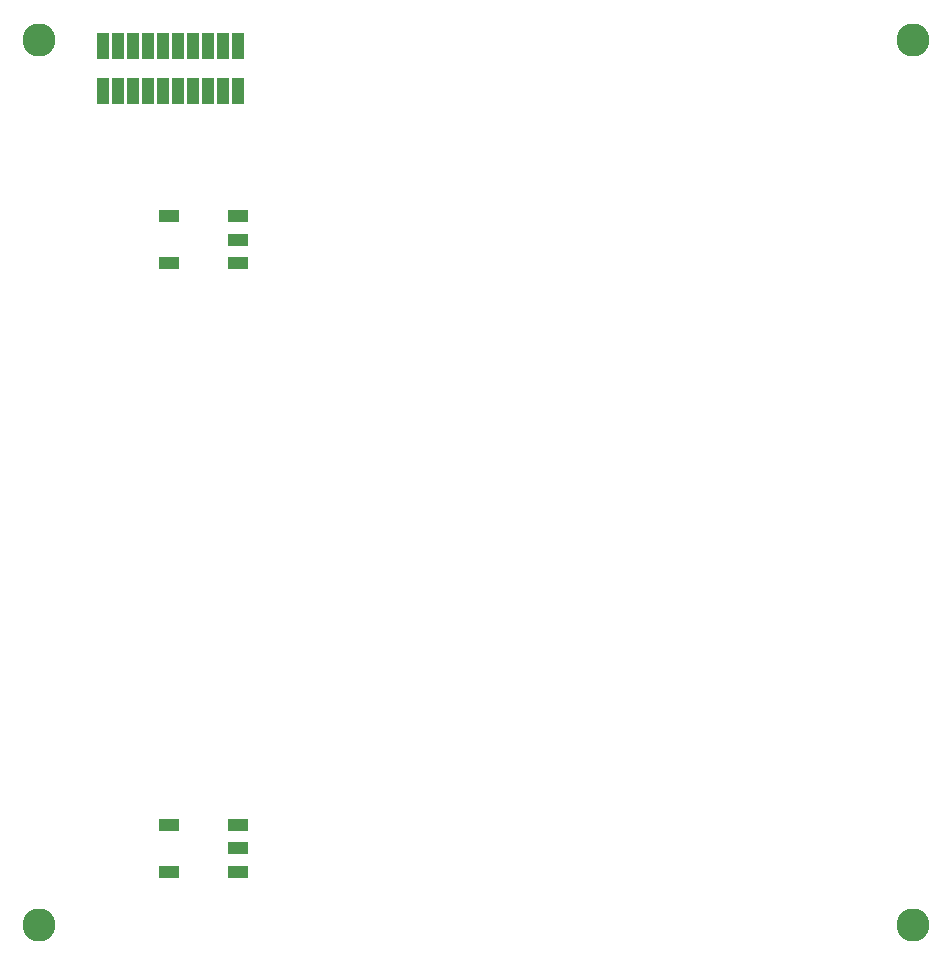
<source format=gts>
G04*
G04 #@! TF.GenerationSoftware,Altium Limited,Altium Designer,20.1.8 (145)*
G04*
G04 Layer_Color=8388736*
%FSAX24Y24*%
%MOIN*%
G70*
G04*
G04 #@! TF.SameCoordinates,548E75E3-62BA-4D27-8EBC-4AC5D718A5B1*
G04*
G04*
G04 #@! TF.FilePolarity,Negative*
G04*
G01*
G75*
%ADD18R,0.0411X0.0907*%
%ADD19R,0.0671X0.0435*%
%ADD20C,0.1104*%
D18*
X010604Y032415D02*
D03*
X010104D02*
D03*
X009604D02*
D03*
X009104D02*
D03*
X008604D02*
D03*
X008104D02*
D03*
X007604D02*
D03*
X007104D02*
D03*
X006604D02*
D03*
X006104D02*
D03*
X010604Y033915D02*
D03*
X010104D02*
D03*
X009604D02*
D03*
X009104D02*
D03*
X008604D02*
D03*
X008104D02*
D03*
X007604D02*
D03*
X007104D02*
D03*
X006604D02*
D03*
X006104D02*
D03*
D19*
X008308Y007977D02*
D03*
X010592Y007190D02*
D03*
X008308Y006403D02*
D03*
X010592Y007977D02*
D03*
Y006403D02*
D03*
X008308Y028257D02*
D03*
X010592Y027470D02*
D03*
X008308Y026683D02*
D03*
X010592Y028257D02*
D03*
Y026683D02*
D03*
D20*
X003978Y004614D02*
D03*
X033110D02*
D03*
X003979Y034141D02*
D03*
X033110Y034121D02*
D03*
M02*

</source>
